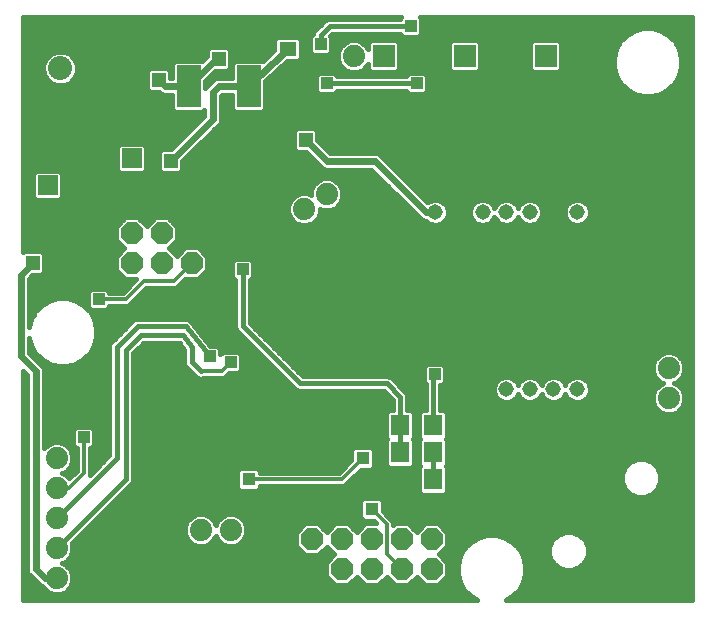
<source format=gbl>
G75*
%MOIN*%
%OFA0B0*%
%FSLAX24Y24*%
%IPPOS*%
%LPD*%
%AMOC8*
5,1,8,0,0,1.08239X$1,22.5*
%
%ADD10OC8,0.0740*%
%ADD11R,0.0630X0.0709*%
%ADD12R,0.0740X0.0740*%
%ADD13C,0.0740*%
%ADD14R,0.0800X0.0800*%
%ADD15C,0.0800*%
%ADD16R,0.0800X0.1400*%
%ADD17R,0.0579X0.0500*%
%ADD18C,0.0650*%
%ADD19R,0.0650X0.0650*%
%ADD20R,0.0515X0.0515*%
%ADD21C,0.0515*%
%ADD22C,0.0160*%
%ADD23C,0.0240*%
%ADD24R,0.0475X0.0475*%
%ADD25R,0.0396X0.0396*%
%ADD26R,0.0436X0.0436*%
%ADD27C,0.0120*%
D10*
X010220Y001600D03*
X011220Y001600D03*
X012220Y001600D03*
X013220Y001600D03*
X014220Y001600D03*
X014220Y002600D03*
X013220Y002600D03*
X012220Y002600D03*
X011220Y002600D03*
X010220Y002600D03*
X006220Y011800D03*
X005220Y011800D03*
X005220Y012800D03*
X006220Y012800D03*
X004220Y012800D03*
X004220Y011800D03*
D11*
X013168Y006400D03*
X013168Y005500D03*
X013168Y004600D03*
X014271Y004600D03*
X014271Y005500D03*
X014271Y006400D03*
D12*
X015320Y018700D03*
X012620Y018700D03*
X018020Y018700D03*
D13*
X017020Y018700D03*
X014320Y018700D03*
X011620Y018700D03*
X010720Y014100D03*
X009970Y013600D03*
X010720Y013100D03*
X001720Y006300D03*
X001720Y005300D03*
X001720Y004300D03*
X001720Y003300D03*
X001720Y002300D03*
X001720Y001300D03*
X005520Y002900D03*
X006520Y002900D03*
X007520Y002900D03*
X022120Y007300D03*
X022120Y008300D03*
D14*
X003220Y018300D03*
D15*
X001842Y018300D03*
D16*
X006120Y017700D03*
X008120Y017700D03*
D17*
X009420Y017254D03*
X009420Y018946D03*
D18*
X003220Y015300D03*
X001420Y013400D03*
D19*
X001420Y014400D03*
X004220Y015300D03*
D20*
X015920Y007594D03*
D21*
X016707Y007594D03*
X017495Y007594D03*
X018282Y007594D03*
X019070Y007594D03*
X019070Y013500D03*
X018282Y013500D03*
X017495Y013500D03*
X016707Y013500D03*
X015920Y013500D03*
X014345Y013500D03*
D22*
X000600Y008224D02*
X000600Y000580D01*
X015726Y000580D01*
X015526Y000696D01*
X015315Y000906D01*
X015167Y001164D01*
X015090Y001451D01*
X015090Y001749D01*
X015167Y002036D01*
X015315Y002294D01*
X015526Y002504D01*
X015783Y002653D01*
X016071Y002730D01*
X016368Y002730D01*
X016656Y002653D01*
X016913Y002504D01*
X017124Y002294D01*
X017273Y002036D01*
X017350Y001749D01*
X017350Y001451D01*
X017273Y001164D01*
X017124Y000906D01*
X016913Y000696D01*
X016713Y000580D01*
X022910Y000580D01*
X022910Y020000D01*
X013842Y020000D01*
X013878Y019964D01*
X013878Y019436D01*
X013784Y019342D01*
X013255Y019342D01*
X013161Y019436D01*
X013161Y019460D01*
X010919Y019460D01*
X010850Y019392D01*
X010878Y019364D01*
X010878Y018836D01*
X010784Y018742D01*
X010255Y018742D01*
X010161Y018836D01*
X010161Y019364D01*
X010255Y019458D01*
X010284Y019458D01*
X010316Y019536D01*
X010616Y019836D01*
X010684Y019903D01*
X010772Y019940D01*
X013161Y019940D01*
X013161Y019964D01*
X013197Y020000D01*
X000600Y020000D01*
X000600Y012181D01*
X000616Y012197D01*
X001223Y012197D01*
X001317Y012104D01*
X001317Y011496D01*
X001223Y011403D01*
X000918Y011403D01*
X000800Y011284D01*
X000800Y009686D01*
X000867Y009936D01*
X001015Y010194D01*
X001226Y010404D01*
X001483Y010553D01*
X001771Y010630D01*
X002068Y010630D01*
X002356Y010553D01*
X002613Y010404D01*
X002824Y010194D01*
X002973Y009936D01*
X003050Y009649D01*
X003050Y009351D01*
X002973Y009064D01*
X002824Y008806D01*
X002613Y008596D01*
X002356Y008447D01*
X002068Y008370D01*
X001771Y008370D01*
X001483Y008447D01*
X001226Y008596D01*
X001015Y008806D01*
X000867Y009064D01*
X000800Y009314D01*
X000800Y008816D01*
X001257Y008359D01*
X001300Y008256D01*
X001300Y005630D01*
X001419Y005749D01*
X001614Y005830D01*
X001825Y005830D01*
X002020Y005749D01*
X002169Y005600D01*
X002250Y005405D01*
X002250Y005195D01*
X002169Y005000D01*
X002020Y004851D01*
X001897Y004800D01*
X002020Y004749D01*
X002139Y004630D01*
X002400Y004891D01*
X002400Y005642D01*
X002355Y005642D01*
X002261Y005736D01*
X002261Y006264D01*
X002355Y006358D01*
X002884Y006358D01*
X002978Y006264D01*
X002978Y005736D01*
X002884Y005642D01*
X002840Y005642D01*
X002840Y004759D01*
X003480Y005399D01*
X003480Y009048D01*
X003516Y009136D01*
X004216Y009836D01*
X004284Y009903D01*
X004372Y009940D01*
X005985Y009940D01*
X005999Y009944D01*
X006033Y009940D01*
X006067Y009940D01*
X006080Y009935D01*
X006093Y009933D01*
X006124Y009917D01*
X006155Y009903D01*
X006165Y009894D01*
X006177Y009887D01*
X006199Y009860D01*
X006223Y009836D01*
X006228Y009823D01*
X006840Y009058D01*
X007084Y009058D01*
X007178Y008964D01*
X007178Y008781D01*
X007255Y008858D01*
X007784Y008858D01*
X007878Y008764D01*
X007878Y008236D01*
X007784Y008142D01*
X007473Y008142D01*
X007311Y007980D01*
X006616Y007980D01*
X006567Y007960D01*
X006472Y007960D01*
X006384Y007997D01*
X006016Y008364D01*
X005980Y008452D01*
X005980Y008920D01*
X005800Y009160D01*
X004619Y009160D01*
X004260Y008801D01*
X004260Y004552D01*
X004223Y004464D01*
X004155Y004397D01*
X002225Y002466D01*
X002250Y002405D01*
X002250Y002195D01*
X002169Y002000D01*
X002020Y001851D01*
X001897Y001800D01*
X002020Y001749D01*
X002169Y001600D01*
X002250Y001405D01*
X002250Y001195D01*
X002169Y001000D01*
X002020Y000851D01*
X001825Y000770D01*
X001614Y000770D01*
X001419Y000851D01*
X001270Y001000D01*
X001261Y001021D01*
X001161Y001063D01*
X000861Y001363D01*
X000782Y001441D01*
X000740Y001544D01*
X000740Y008084D01*
X000600Y008224D01*
X000600Y008184D02*
X000640Y008184D01*
X000600Y008025D02*
X000740Y008025D01*
X000740Y007867D02*
X000600Y007867D01*
X000600Y007708D02*
X000740Y007708D01*
X000740Y007550D02*
X000600Y007550D01*
X000600Y007391D02*
X000740Y007391D01*
X000740Y007233D02*
X000600Y007233D01*
X000600Y007074D02*
X000740Y007074D01*
X000740Y006916D02*
X000600Y006916D01*
X000600Y006757D02*
X000740Y006757D01*
X000740Y006599D02*
X000600Y006599D01*
X000600Y006440D02*
X000740Y006440D01*
X000740Y006282D02*
X000600Y006282D01*
X000600Y006123D02*
X000740Y006123D01*
X000740Y005965D02*
X000600Y005965D01*
X000600Y005806D02*
X000740Y005806D01*
X000740Y005648D02*
X000600Y005648D01*
X000600Y005489D02*
X000740Y005489D01*
X000740Y005331D02*
X000600Y005331D01*
X000600Y005172D02*
X000740Y005172D01*
X000740Y005014D02*
X000600Y005014D01*
X000600Y004855D02*
X000740Y004855D01*
X000740Y004697D02*
X000600Y004697D01*
X000600Y004538D02*
X000740Y004538D01*
X000740Y004380D02*
X000600Y004380D01*
X000600Y004221D02*
X000740Y004221D01*
X000740Y004063D02*
X000600Y004063D01*
X000600Y003904D02*
X000740Y003904D01*
X000740Y003746D02*
X000600Y003746D01*
X000600Y003587D02*
X000740Y003587D01*
X000740Y003429D02*
X000600Y003429D01*
X000600Y003270D02*
X000740Y003270D01*
X000740Y003112D02*
X000600Y003112D01*
X000600Y002953D02*
X000740Y002953D01*
X000740Y002795D02*
X000600Y002795D01*
X000600Y002636D02*
X000740Y002636D01*
X000740Y002478D02*
X000600Y002478D01*
X000600Y002319D02*
X000740Y002319D01*
X000740Y002161D02*
X000600Y002161D01*
X000600Y002002D02*
X000740Y002002D01*
X000740Y001844D02*
X000600Y001844D01*
X000600Y001685D02*
X000740Y001685D01*
X000747Y001527D02*
X000600Y001527D01*
X000600Y001368D02*
X000856Y001368D01*
X001014Y001210D02*
X000600Y001210D01*
X000600Y001051D02*
X001189Y001051D01*
X001377Y000893D02*
X000600Y000893D01*
X000600Y000734D02*
X015487Y000734D01*
X015329Y000893D02*
X002062Y000893D01*
X002190Y001051D02*
X015232Y001051D01*
X015154Y001210D02*
X014579Y001210D01*
X014439Y001070D02*
X014750Y001380D01*
X014750Y001820D01*
X014469Y002100D01*
X014750Y002380D01*
X014750Y002820D01*
X014439Y003130D01*
X014000Y003130D01*
X013720Y002850D01*
X013439Y003130D01*
X013000Y003130D01*
X012940Y003070D01*
X012940Y003191D01*
X012811Y003320D01*
X012597Y003533D01*
X012597Y003884D01*
X012504Y003978D01*
X011935Y003978D01*
X011842Y003884D01*
X011842Y003316D01*
X011935Y003222D01*
X012286Y003222D01*
X012378Y003130D01*
X012000Y003130D01*
X011720Y002850D01*
X011439Y003130D01*
X011000Y003130D01*
X010720Y002850D01*
X010439Y003130D01*
X010000Y003130D01*
X009690Y002820D01*
X009690Y002380D01*
X010000Y002070D01*
X010439Y002070D01*
X010720Y002350D01*
X010970Y002100D01*
X010690Y001820D01*
X010690Y001380D01*
X011000Y001070D01*
X011439Y001070D01*
X011720Y001350D01*
X012000Y001070D01*
X012439Y001070D01*
X012720Y001350D01*
X013000Y001070D01*
X013439Y001070D01*
X013720Y001350D01*
X014000Y001070D01*
X014439Y001070D01*
X014737Y001368D02*
X015112Y001368D01*
X015090Y001527D02*
X014750Y001527D01*
X014750Y001685D02*
X015090Y001685D01*
X015115Y001844D02*
X014726Y001844D01*
X014567Y002002D02*
X015157Y002002D01*
X015238Y002161D02*
X014530Y002161D01*
X014688Y002319D02*
X015340Y002319D01*
X015499Y002478D02*
X014750Y002478D01*
X014750Y002636D02*
X015754Y002636D01*
X016685Y002636D02*
X018304Y002636D01*
X018244Y002575D02*
X018147Y002341D01*
X018147Y002087D01*
X018244Y001853D01*
X018423Y001674D01*
X018657Y001577D01*
X018911Y001577D01*
X019145Y001674D01*
X019325Y001853D01*
X019422Y002087D01*
X019422Y002341D01*
X019325Y002575D01*
X019145Y002755D01*
X018911Y002852D01*
X018657Y002852D01*
X018423Y002755D01*
X018244Y002575D01*
X018203Y002478D02*
X016940Y002478D01*
X017099Y002319D02*
X018147Y002319D01*
X018147Y002161D02*
X017201Y002161D01*
X017282Y002002D02*
X018182Y002002D01*
X018253Y001844D02*
X017324Y001844D01*
X017350Y001685D02*
X018412Y001685D01*
X019156Y001685D02*
X022910Y001685D01*
X022910Y001527D02*
X017350Y001527D01*
X017327Y001368D02*
X022910Y001368D01*
X022910Y001210D02*
X017285Y001210D01*
X017207Y001051D02*
X022910Y001051D01*
X022910Y000893D02*
X017110Y000893D01*
X016952Y000734D02*
X022910Y000734D01*
X022910Y001844D02*
X019315Y001844D01*
X019386Y002002D02*
X022910Y002002D01*
X022910Y002161D02*
X019422Y002161D01*
X019422Y002319D02*
X022910Y002319D01*
X022910Y002478D02*
X019365Y002478D01*
X019264Y002636D02*
X022910Y002636D01*
X022910Y002795D02*
X019049Y002795D01*
X018519Y002795D02*
X014750Y002795D01*
X014616Y002953D02*
X022910Y002953D01*
X022910Y003112D02*
X014458Y003112D01*
X013982Y003112D02*
X013458Y003112D01*
X013616Y002953D02*
X013823Y002953D01*
X012982Y003112D02*
X012940Y003112D01*
X012861Y003270D02*
X022910Y003270D01*
X022910Y003429D02*
X012702Y003429D01*
X012597Y003587D02*
X022910Y003587D01*
X022910Y003746D02*
X012597Y003746D01*
X012577Y003904D02*
X022910Y003904D01*
X022910Y004063D02*
X021488Y004063D01*
X021566Y004095D02*
X021332Y003998D01*
X021079Y003998D01*
X020844Y004095D01*
X020665Y004274D01*
X020568Y004509D01*
X020568Y004762D01*
X020665Y004997D01*
X020844Y005176D01*
X021079Y005273D01*
X021332Y005273D01*
X021566Y005176D01*
X021746Y004997D01*
X021843Y004762D01*
X021843Y004509D01*
X021746Y004274D01*
X021566Y004095D01*
X021692Y004221D02*
X022910Y004221D01*
X022910Y004380D02*
X021789Y004380D01*
X021843Y004538D02*
X022910Y004538D01*
X022910Y004697D02*
X021843Y004697D01*
X021804Y004855D02*
X022910Y004855D01*
X022910Y005014D02*
X021729Y005014D01*
X021570Y005172D02*
X022910Y005172D01*
X022910Y005331D02*
X014746Y005331D01*
X014746Y005489D02*
X022910Y005489D01*
X022910Y005648D02*
X014746Y005648D01*
X014746Y005806D02*
X022910Y005806D01*
X022910Y005965D02*
X014731Y005965D01*
X014746Y005979D02*
X014746Y006821D01*
X014652Y006914D01*
X014511Y006914D01*
X014511Y007742D01*
X014584Y007742D01*
X014678Y007836D01*
X014678Y008364D01*
X014584Y008458D01*
X014055Y008458D01*
X013961Y008364D01*
X013961Y007836D01*
X014031Y007766D01*
X014031Y006914D01*
X013889Y006914D01*
X013796Y006821D01*
X013796Y005979D01*
X013825Y005950D01*
X013796Y005921D01*
X013796Y005079D01*
X013825Y005050D01*
X013796Y005021D01*
X013796Y004179D01*
X013889Y004086D01*
X014652Y004086D01*
X014746Y004179D01*
X014746Y005021D01*
X014716Y005050D01*
X014746Y005079D01*
X014746Y005921D01*
X014716Y005950D01*
X014746Y005979D01*
X014746Y006123D02*
X022910Y006123D01*
X022910Y006282D02*
X014746Y006282D01*
X014746Y006440D02*
X022910Y006440D01*
X022910Y006599D02*
X014746Y006599D01*
X014746Y006757D02*
X022910Y006757D01*
X022910Y006916D02*
X022485Y006916D01*
X022420Y006851D02*
X022225Y006770D01*
X022014Y006770D01*
X021819Y006851D01*
X021670Y007000D01*
X021590Y007195D01*
X021590Y007405D01*
X021670Y007600D01*
X021819Y007749D01*
X021942Y007800D01*
X021819Y007851D01*
X021670Y008000D01*
X021590Y008195D01*
X021590Y008405D01*
X021670Y008600D01*
X021819Y008749D01*
X022014Y008830D01*
X022225Y008830D01*
X022420Y008749D01*
X022569Y008600D01*
X022650Y008405D01*
X022650Y008195D01*
X022569Y008000D01*
X022420Y007851D01*
X022297Y007800D01*
X022420Y007749D01*
X022569Y007600D01*
X022650Y007405D01*
X022650Y007195D01*
X022569Y007000D01*
X022420Y006851D01*
X022600Y007074D02*
X022910Y007074D01*
X022910Y007233D02*
X022650Y007233D01*
X022650Y007391D02*
X022910Y007391D01*
X022910Y007550D02*
X022590Y007550D01*
X022461Y007708D02*
X022910Y007708D01*
X022910Y007867D02*
X022436Y007867D01*
X022579Y008025D02*
X022910Y008025D01*
X022910Y008184D02*
X022645Y008184D01*
X022650Y008342D02*
X022910Y008342D01*
X022910Y008501D02*
X022610Y008501D01*
X022510Y008659D02*
X022910Y008659D01*
X022910Y008818D02*
X022255Y008818D01*
X021984Y008818D02*
X009141Y008818D01*
X008983Y008976D02*
X022910Y008976D01*
X022910Y009135D02*
X008824Y009135D01*
X008666Y009293D02*
X022910Y009293D01*
X022910Y009452D02*
X008507Y009452D01*
X008349Y009610D02*
X022910Y009610D01*
X022910Y009769D02*
X008190Y009769D01*
X008160Y009799D02*
X008160Y011242D01*
X008184Y011242D01*
X008278Y011336D01*
X008278Y011864D01*
X008184Y011958D01*
X007655Y011958D01*
X007561Y011864D01*
X007561Y011336D01*
X007655Y011242D01*
X007680Y011242D01*
X007680Y009652D01*
X007716Y009564D01*
X007784Y009497D01*
X009684Y007597D01*
X009772Y007560D01*
X012620Y007560D01*
X012928Y007252D01*
X012928Y006914D01*
X012787Y006914D01*
X012693Y006821D01*
X012693Y005979D01*
X012723Y005950D01*
X012693Y005921D01*
X012693Y005079D01*
X012787Y004986D01*
X013550Y004986D01*
X013643Y005079D01*
X013643Y005921D01*
X013614Y005950D01*
X013643Y005979D01*
X013643Y006821D01*
X013550Y006914D01*
X013408Y006914D01*
X013408Y007399D01*
X013372Y007487D01*
X012855Y008003D01*
X012767Y008040D01*
X009919Y008040D01*
X008160Y009799D01*
X008160Y009927D02*
X022910Y009927D01*
X022910Y010086D02*
X008160Y010086D01*
X008160Y010244D02*
X022910Y010244D01*
X022910Y010403D02*
X008160Y010403D01*
X008160Y010561D02*
X022910Y010561D01*
X022910Y010720D02*
X008160Y010720D01*
X008160Y010878D02*
X022910Y010878D01*
X022910Y011037D02*
X008160Y011037D01*
X008160Y011195D02*
X022910Y011195D01*
X022910Y011354D02*
X008278Y011354D01*
X008278Y011512D02*
X022910Y011512D01*
X022910Y011671D02*
X008278Y011671D01*
X008278Y011829D02*
X022910Y011829D01*
X022910Y011988D02*
X006750Y011988D01*
X006750Y012020D02*
X006439Y012330D01*
X006000Y012330D01*
X005720Y012050D01*
X005469Y012300D01*
X005750Y012580D01*
X005750Y013020D01*
X005439Y013330D01*
X005000Y013330D01*
X004720Y013050D01*
X004439Y013330D01*
X004000Y013330D01*
X003690Y013020D01*
X003690Y012580D01*
X003970Y012300D01*
X003690Y012020D01*
X003690Y011580D01*
X004000Y011270D01*
X004378Y011270D01*
X003928Y010820D01*
X003478Y010820D01*
X003478Y010864D01*
X003384Y010958D01*
X002855Y010958D01*
X002761Y010864D01*
X002761Y010336D01*
X002855Y010242D01*
X003384Y010242D01*
X003478Y010336D01*
X003478Y010380D01*
X004111Y010380D01*
X004711Y010980D01*
X005711Y010980D01*
X006001Y011270D01*
X006439Y011270D01*
X006750Y011580D01*
X006750Y012020D01*
X006623Y012146D02*
X022910Y012146D01*
X022910Y012305D02*
X006465Y012305D01*
X005975Y012305D02*
X005474Y012305D01*
X005623Y012146D02*
X005816Y012146D01*
X005632Y012463D02*
X022910Y012463D01*
X022910Y012622D02*
X005750Y012622D01*
X005750Y012780D02*
X022910Y012780D01*
X022910Y012939D02*
X005750Y012939D01*
X005672Y013097D02*
X009799Y013097D01*
X009864Y013070D02*
X010075Y013070D01*
X010270Y013151D01*
X010419Y013300D01*
X010500Y013495D01*
X010500Y013617D01*
X010614Y013570D01*
X010825Y013570D01*
X011020Y013651D01*
X011169Y013800D01*
X011250Y013995D01*
X011250Y014205D01*
X011169Y014400D01*
X011020Y014549D01*
X010825Y014630D01*
X010614Y014630D01*
X010419Y014549D01*
X010270Y014400D01*
X010190Y014205D01*
X010190Y014083D01*
X010075Y014130D01*
X009864Y014130D01*
X009669Y014049D01*
X009520Y013900D01*
X009440Y013705D01*
X009440Y013495D01*
X009520Y013300D01*
X009669Y013151D01*
X009864Y013070D01*
X010140Y013097D02*
X014227Y013097D01*
X014262Y013083D02*
X014428Y013083D01*
X014582Y013146D01*
X014699Y013264D01*
X014763Y013417D01*
X014763Y013583D01*
X014699Y013736D01*
X014582Y013854D01*
X014428Y013917D01*
X014262Y013917D01*
X014109Y013854D01*
X014085Y013830D01*
X012557Y015359D01*
X012478Y015437D01*
X012375Y015480D01*
X010836Y015480D01*
X010417Y015898D01*
X010417Y016204D01*
X010323Y016297D01*
X009716Y016297D01*
X009622Y016204D01*
X009622Y015596D01*
X009716Y015503D01*
X010021Y015503D01*
X010561Y014963D01*
X010664Y014920D01*
X012204Y014920D01*
X013861Y013263D01*
X013964Y013220D01*
X014035Y013220D01*
X014109Y013146D01*
X014262Y013083D01*
X014463Y013097D02*
X015802Y013097D01*
X015837Y013083D02*
X015683Y013146D01*
X015566Y013264D01*
X015502Y013417D01*
X015502Y013583D01*
X015566Y013736D01*
X015683Y013854D01*
X015837Y013917D01*
X016003Y013917D01*
X016156Y013854D01*
X016274Y013736D01*
X016314Y013640D01*
X016353Y013736D01*
X016471Y013854D01*
X016624Y013917D01*
X016790Y013917D01*
X016944Y013854D01*
X017061Y013736D01*
X017101Y013640D01*
X017141Y013736D01*
X017258Y013854D01*
X017412Y013917D01*
X017578Y013917D01*
X017731Y013854D01*
X017849Y013736D01*
X017912Y013583D01*
X017912Y013417D01*
X017849Y013264D01*
X017731Y013146D01*
X017578Y013083D01*
X017412Y013083D01*
X017258Y013146D01*
X017141Y013264D01*
X017101Y013360D01*
X017061Y013264D01*
X016944Y013146D01*
X016790Y013083D01*
X016624Y013083D01*
X016471Y013146D01*
X016353Y013264D01*
X016314Y013360D01*
X016274Y013264D01*
X016156Y013146D01*
X016003Y013083D01*
X015837Y013083D01*
X016038Y013097D02*
X016589Y013097D01*
X016825Y013097D02*
X017377Y013097D01*
X017613Y013097D02*
X018951Y013097D01*
X018986Y013083D02*
X019153Y013083D01*
X019306Y013146D01*
X019423Y013264D01*
X019487Y013417D01*
X019487Y013583D01*
X019423Y013736D01*
X019306Y013854D01*
X019153Y013917D01*
X018986Y013917D01*
X018833Y013854D01*
X018716Y013736D01*
X018652Y013583D01*
X018652Y013417D01*
X018716Y013264D01*
X018833Y013146D01*
X018986Y013083D01*
X019188Y013097D02*
X022910Y013097D01*
X022910Y013256D02*
X019415Y013256D01*
X019486Y013414D02*
X022910Y013414D01*
X022910Y013573D02*
X019487Y013573D01*
X019426Y013731D02*
X022910Y013731D01*
X022910Y013890D02*
X019220Y013890D01*
X018919Y013890D02*
X017645Y013890D01*
X017851Y013731D02*
X018713Y013731D01*
X018652Y013573D02*
X017912Y013573D01*
X017911Y013414D02*
X018653Y013414D01*
X018724Y013256D02*
X017841Y013256D01*
X017149Y013256D02*
X017053Y013256D01*
X017064Y013731D02*
X017139Y013731D01*
X017344Y013890D02*
X016858Y013890D01*
X016557Y013890D02*
X016070Y013890D01*
X016276Y013731D02*
X016351Y013731D01*
X016361Y013256D02*
X016266Y013256D01*
X015574Y013256D02*
X014691Y013256D01*
X014761Y013414D02*
X015504Y013414D01*
X015502Y013573D02*
X014763Y013573D01*
X014701Y013731D02*
X015564Y013731D01*
X015769Y013890D02*
X014496Y013890D01*
X014195Y013890D02*
X014026Y013890D01*
X013867Y014048D02*
X022910Y014048D01*
X022910Y014207D02*
X013709Y014207D01*
X013550Y014365D02*
X022910Y014365D01*
X022910Y014524D02*
X013392Y014524D01*
X013233Y014682D02*
X022910Y014682D01*
X022910Y014841D02*
X013075Y014841D01*
X012916Y014999D02*
X022910Y014999D01*
X022910Y015158D02*
X012758Y015158D01*
X012599Y015316D02*
X022910Y015316D01*
X022910Y015475D02*
X012388Y015475D01*
X012283Y014841D02*
X005861Y014841D01*
X005823Y014803D02*
X005917Y014896D01*
X005917Y015201D01*
X007157Y016441D01*
X007200Y016544D01*
X007200Y017384D01*
X007236Y017420D01*
X007560Y017420D01*
X007560Y016934D01*
X007653Y016840D01*
X008586Y016840D01*
X008680Y016934D01*
X008680Y017863D01*
X009393Y018536D01*
X009775Y018536D01*
X009869Y018630D01*
X009869Y019263D01*
X009775Y019356D01*
X009064Y019356D01*
X008970Y019263D01*
X008970Y018907D01*
X008594Y018552D01*
X008586Y018560D01*
X007653Y018560D01*
X007560Y018466D01*
X007560Y017980D01*
X007064Y017980D01*
X006961Y017937D01*
X006761Y017737D01*
X006682Y017659D01*
X006680Y017652D01*
X006680Y017864D01*
X007018Y018203D01*
X007423Y018203D01*
X007517Y018296D01*
X007517Y018904D01*
X007423Y018997D01*
X006816Y018997D01*
X006722Y018904D01*
X006722Y018698D01*
X006584Y018560D01*
X005653Y018560D01*
X005560Y018466D01*
X005560Y017980D01*
X005517Y017980D01*
X005517Y018204D01*
X005423Y018297D01*
X004816Y018297D01*
X004722Y018204D01*
X004722Y017596D01*
X004816Y017503D01*
X005121Y017503D01*
X005161Y017463D01*
X005264Y017420D01*
X005560Y017420D01*
X005560Y016934D01*
X005653Y016840D01*
X006586Y016840D01*
X006640Y016894D01*
X006640Y016716D01*
X005521Y015597D01*
X005216Y015597D01*
X005122Y015504D01*
X005122Y014896D01*
X005216Y014803D01*
X005823Y014803D01*
X005917Y014999D02*
X010525Y014999D01*
X010366Y015158D02*
X005917Y015158D01*
X006032Y015316D02*
X010208Y015316D01*
X010049Y015475D02*
X006190Y015475D01*
X006349Y015633D02*
X009622Y015633D01*
X009622Y015792D02*
X006507Y015792D01*
X006666Y015950D02*
X009622Y015950D01*
X009622Y016109D02*
X006824Y016109D01*
X006983Y016267D02*
X009685Y016267D01*
X010354Y016267D02*
X022910Y016267D01*
X022910Y016109D02*
X010417Y016109D01*
X010417Y015950D02*
X022910Y015950D01*
X022910Y015792D02*
X010524Y015792D01*
X010682Y015633D02*
X022910Y015633D01*
X022910Y016426D02*
X007141Y016426D01*
X007200Y016584D02*
X022910Y016584D01*
X022910Y016743D02*
X007200Y016743D01*
X007200Y016901D02*
X007592Y016901D01*
X007560Y017060D02*
X007200Y017060D01*
X007200Y017218D02*
X007560Y017218D01*
X007560Y017377D02*
X007200Y017377D01*
X006717Y017694D02*
X006680Y017694D01*
X006680Y017852D02*
X006876Y017852D01*
X006826Y018011D02*
X007560Y018011D01*
X007560Y018169D02*
X006985Y018169D01*
X007517Y018328D02*
X007560Y018328D01*
X007579Y018486D02*
X007517Y018486D01*
X007517Y018645D02*
X008692Y018645D01*
X008860Y018803D02*
X007517Y018803D01*
X007459Y018962D02*
X008970Y018962D01*
X008970Y019120D02*
X000600Y019120D01*
X000600Y018962D02*
X006780Y018962D01*
X006722Y018803D02*
X002091Y018803D01*
X002159Y018775D02*
X001953Y018860D01*
X001730Y018860D01*
X001524Y018775D01*
X001367Y018617D01*
X001282Y018411D01*
X001282Y018189D01*
X001367Y017983D01*
X001524Y017825D01*
X001730Y017740D01*
X001953Y017740D01*
X002159Y017825D01*
X002316Y017983D01*
X002402Y018189D01*
X002402Y018411D01*
X002316Y018617D01*
X002159Y018775D01*
X002289Y018645D02*
X006668Y018645D01*
X005579Y018486D02*
X002371Y018486D01*
X002402Y018328D02*
X005560Y018328D01*
X005560Y018169D02*
X005517Y018169D01*
X005517Y018011D02*
X005560Y018011D01*
X005560Y017377D02*
X000600Y017377D01*
X000600Y017535D02*
X004783Y017535D01*
X004722Y017694D02*
X000600Y017694D01*
X000600Y017852D02*
X001498Y017852D01*
X001355Y018011D02*
X000600Y018011D01*
X000600Y018169D02*
X001290Y018169D01*
X001282Y018328D02*
X000600Y018328D01*
X000600Y018486D02*
X001312Y018486D01*
X001394Y018645D02*
X000600Y018645D01*
X000600Y018803D02*
X001593Y018803D01*
X002393Y018169D02*
X004722Y018169D01*
X004722Y018011D02*
X002328Y018011D01*
X002186Y017852D02*
X004722Y017852D01*
X005560Y017218D02*
X000600Y017218D01*
X000600Y017060D02*
X005560Y017060D01*
X005592Y016901D02*
X000600Y016901D01*
X000600Y016743D02*
X006640Y016743D01*
X006508Y016584D02*
X000600Y016584D01*
X000600Y016426D02*
X006349Y016426D01*
X006191Y016267D02*
X000600Y016267D01*
X000600Y016109D02*
X006032Y016109D01*
X005874Y015950D02*
X000600Y015950D01*
X000600Y015792D02*
X005715Y015792D01*
X005557Y015633D02*
X004705Y015633D01*
X004705Y015691D02*
X004611Y015785D01*
X003828Y015785D01*
X003735Y015691D01*
X003735Y014909D01*
X003828Y014815D01*
X004611Y014815D01*
X004705Y014909D01*
X004705Y015691D01*
X004705Y015475D02*
X005122Y015475D01*
X005122Y015316D02*
X004705Y015316D01*
X004705Y015158D02*
X005122Y015158D01*
X005122Y014999D02*
X004705Y014999D01*
X004636Y014841D02*
X005178Y014841D01*
X003803Y014841D02*
X001855Y014841D01*
X001811Y014885D02*
X001905Y014791D01*
X001905Y014009D01*
X001811Y013915D01*
X001028Y013915D01*
X000935Y014009D01*
X000935Y014791D01*
X001028Y014885D01*
X001811Y014885D01*
X001905Y014682D02*
X012442Y014682D01*
X012600Y014524D02*
X011046Y014524D01*
X011183Y014365D02*
X012759Y014365D01*
X012917Y014207D02*
X011249Y014207D01*
X011250Y014048D02*
X013076Y014048D01*
X013234Y013890D02*
X011206Y013890D01*
X011100Y013731D02*
X013393Y013731D01*
X013551Y013573D02*
X010831Y013573D01*
X010608Y013573D02*
X010500Y013573D01*
X010466Y013414D02*
X013710Y013414D01*
X013878Y013256D02*
X010375Y013256D01*
X009564Y013256D02*
X005514Y013256D01*
X004926Y013256D02*
X004514Y013256D01*
X004672Y013097D02*
X004767Y013097D01*
X003926Y013256D02*
X000600Y013256D01*
X000600Y013414D02*
X009473Y013414D01*
X009440Y013573D02*
X000600Y013573D01*
X000600Y013731D02*
X009450Y013731D01*
X009516Y013890D02*
X000600Y013890D01*
X000600Y014048D02*
X000935Y014048D01*
X000935Y014207D02*
X000600Y014207D01*
X000600Y014365D02*
X000935Y014365D01*
X000935Y014524D02*
X000600Y014524D01*
X000600Y014682D02*
X000935Y014682D01*
X000984Y014841D02*
X000600Y014841D01*
X000600Y014999D02*
X003735Y014999D01*
X003735Y015158D02*
X000600Y015158D01*
X000600Y015316D02*
X003735Y015316D01*
X003735Y015475D02*
X000600Y015475D01*
X000600Y015633D02*
X003735Y015633D01*
X001905Y014524D02*
X010394Y014524D01*
X010256Y014365D02*
X001905Y014365D01*
X001905Y014207D02*
X010190Y014207D01*
X009668Y014048D02*
X001905Y014048D01*
X000600Y013097D02*
X003767Y013097D01*
X003690Y012939D02*
X000600Y012939D01*
X000600Y012780D02*
X003690Y012780D01*
X003690Y012622D02*
X000600Y012622D01*
X000600Y012463D02*
X003807Y012463D01*
X003965Y012305D02*
X000600Y012305D01*
X001275Y012146D02*
X003816Y012146D01*
X003690Y011988D02*
X001317Y011988D01*
X001317Y011829D02*
X003690Y011829D01*
X003690Y011671D02*
X001317Y011671D01*
X001317Y011512D02*
X003758Y011512D01*
X003916Y011354D02*
X000869Y011354D01*
X000800Y011195D02*
X004303Y011195D01*
X004145Y011037D02*
X000800Y011037D01*
X000800Y010878D02*
X002775Y010878D01*
X002761Y010720D02*
X000800Y010720D01*
X000800Y010561D02*
X001513Y010561D01*
X001224Y010403D02*
X000800Y010403D01*
X000800Y010244D02*
X001065Y010244D01*
X000953Y010086D02*
X000800Y010086D01*
X000800Y009927D02*
X000864Y009927D01*
X000822Y009769D02*
X000800Y009769D01*
X000800Y009293D02*
X000805Y009293D01*
X000800Y009135D02*
X000848Y009135D01*
X000800Y008976D02*
X000917Y008976D01*
X001009Y008818D02*
X000800Y008818D01*
X000956Y008659D02*
X001162Y008659D01*
X001115Y008501D02*
X001391Y008501D01*
X001264Y008342D02*
X003480Y008342D01*
X003480Y008184D02*
X001300Y008184D01*
X001300Y008025D02*
X003480Y008025D01*
X003480Y007867D02*
X001300Y007867D01*
X001300Y007708D02*
X003480Y007708D01*
X003480Y007550D02*
X001300Y007550D01*
X001300Y007391D02*
X003480Y007391D01*
X003480Y007233D02*
X001300Y007233D01*
X001300Y007074D02*
X003480Y007074D01*
X003480Y006916D02*
X001300Y006916D01*
X001300Y006757D02*
X003480Y006757D01*
X003480Y006599D02*
X001300Y006599D01*
X001300Y006440D02*
X003480Y006440D01*
X003480Y006282D02*
X002961Y006282D01*
X002978Y006123D02*
X003480Y006123D01*
X003480Y005965D02*
X002978Y005965D01*
X002978Y005806D02*
X003480Y005806D01*
X003480Y005648D02*
X002890Y005648D01*
X002840Y005489D02*
X003480Y005489D01*
X003411Y005331D02*
X002840Y005331D01*
X002840Y005172D02*
X003252Y005172D01*
X003094Y005014D02*
X002840Y005014D01*
X002840Y004855D02*
X002935Y004855D01*
X002400Y005014D02*
X002175Y005014D01*
X002240Y005172D02*
X002400Y005172D01*
X002400Y005331D02*
X002250Y005331D01*
X002215Y005489D02*
X002400Y005489D01*
X002350Y005648D02*
X002122Y005648D01*
X002261Y005806D02*
X001883Y005806D01*
X001556Y005806D02*
X001300Y005806D01*
X001300Y005648D02*
X001318Y005648D01*
X001300Y005965D02*
X002261Y005965D01*
X002261Y006123D02*
X001300Y006123D01*
X001300Y006282D02*
X002279Y006282D01*
X003720Y005300D02*
X003720Y009000D01*
X004420Y009700D01*
X006020Y009700D01*
X006820Y008700D01*
X007178Y008818D02*
X007215Y008818D01*
X007166Y008976D02*
X008304Y008976D01*
X008146Y009135D02*
X006779Y009135D01*
X006652Y009293D02*
X007987Y009293D01*
X007829Y009452D02*
X006526Y009452D01*
X006399Y009610D02*
X007697Y009610D01*
X007784Y009497D02*
X007784Y009497D01*
X007920Y009700D02*
X007920Y011600D01*
X007561Y011671D02*
X006750Y011671D01*
X006750Y011829D02*
X007561Y011829D01*
X007561Y011512D02*
X006681Y011512D01*
X006523Y011354D02*
X007561Y011354D01*
X007680Y011195D02*
X005926Y011195D01*
X005767Y011037D02*
X007680Y011037D01*
X007680Y010878D02*
X004609Y010878D01*
X004450Y010720D02*
X007680Y010720D01*
X007680Y010561D02*
X004292Y010561D01*
X004133Y010403D02*
X007680Y010403D01*
X007680Y010244D02*
X003386Y010244D01*
X002975Y009927D02*
X004340Y009927D01*
X004149Y009769D02*
X003017Y009769D01*
X003050Y009610D02*
X003990Y009610D01*
X003832Y009452D02*
X003050Y009452D01*
X003034Y009293D02*
X003673Y009293D01*
X003515Y009135D02*
X002991Y009135D01*
X002922Y008976D02*
X003480Y008976D01*
X003480Y008818D02*
X002830Y008818D01*
X002677Y008659D02*
X003480Y008659D01*
X003480Y008501D02*
X002448Y008501D01*
X004020Y008900D02*
X004520Y009400D01*
X005920Y009400D01*
X006220Y009000D01*
X006220Y008500D01*
X006520Y008200D01*
X006355Y008025D02*
X004260Y008025D01*
X004260Y007867D02*
X009414Y007867D01*
X009255Y008025D02*
X007356Y008025D01*
X007826Y008184D02*
X009097Y008184D01*
X008938Y008342D02*
X007878Y008342D01*
X007878Y008501D02*
X008780Y008501D01*
X008621Y008659D02*
X007878Y008659D01*
X007825Y008818D02*
X008463Y008818D01*
X009300Y008659D02*
X021729Y008659D01*
X021629Y008501D02*
X009458Y008501D01*
X009617Y008342D02*
X013961Y008342D01*
X013961Y008184D02*
X009775Y008184D01*
X009820Y007800D02*
X007920Y009700D01*
X007680Y009769D02*
X006272Y009769D01*
X006105Y009927D02*
X007680Y009927D01*
X007680Y010086D02*
X002886Y010086D01*
X002853Y010244D02*
X002774Y010244D01*
X002761Y010403D02*
X002615Y010403D01*
X002761Y010561D02*
X002326Y010561D01*
X003464Y010878D02*
X003986Y010878D01*
X004593Y009135D02*
X005819Y009135D01*
X005938Y008976D02*
X004435Y008976D01*
X004276Y008818D02*
X005980Y008818D01*
X005980Y008659D02*
X004260Y008659D01*
X004260Y008501D02*
X005980Y008501D01*
X006038Y008342D02*
X004260Y008342D01*
X004260Y008184D02*
X006197Y008184D01*
X004260Y007708D02*
X009572Y007708D01*
X009820Y007800D02*
X012720Y007800D01*
X013168Y007351D01*
X013168Y006400D01*
X013168Y005500D01*
X012693Y005489D02*
X012297Y005489D01*
X012297Y005584D02*
X012204Y005678D01*
X011635Y005678D01*
X011542Y005584D01*
X011542Y005233D01*
X011128Y004820D01*
X008497Y004820D01*
X008497Y004884D01*
X008404Y004978D01*
X007835Y004978D01*
X007742Y004884D01*
X007742Y004316D01*
X007835Y004222D01*
X008404Y004222D01*
X008497Y004316D01*
X008497Y004380D01*
X011311Y004380D01*
X011853Y004922D01*
X012204Y004922D01*
X012297Y005016D01*
X012297Y005584D01*
X012234Y005648D02*
X012693Y005648D01*
X012693Y005806D02*
X004260Y005806D01*
X004260Y005648D02*
X011605Y005648D01*
X011542Y005489D02*
X004260Y005489D01*
X004260Y005331D02*
X011542Y005331D01*
X011480Y005172D02*
X004260Y005172D01*
X004260Y005014D02*
X011322Y005014D01*
X011163Y004855D02*
X008497Y004855D01*
X008497Y004380D02*
X013796Y004380D01*
X013796Y004538D02*
X011469Y004538D01*
X011627Y004697D02*
X013796Y004697D01*
X013796Y004855D02*
X011786Y004855D01*
X012295Y005014D02*
X012759Y005014D01*
X012693Y005172D02*
X012297Y005172D01*
X012297Y005331D02*
X012693Y005331D01*
X012708Y005965D02*
X004260Y005965D01*
X004260Y006123D02*
X012693Y006123D01*
X012693Y006282D02*
X004260Y006282D01*
X004260Y006440D02*
X012693Y006440D01*
X012693Y006599D02*
X004260Y006599D01*
X004260Y006757D02*
X012693Y006757D01*
X012928Y006916D02*
X004260Y006916D01*
X004260Y007074D02*
X012928Y007074D01*
X012928Y007233D02*
X004260Y007233D01*
X004260Y007391D02*
X012789Y007391D01*
X012631Y007550D02*
X004260Y007550D01*
X004020Y008900D02*
X004020Y004600D01*
X001720Y002300D01*
X002250Y002319D02*
X009751Y002319D01*
X009690Y002478D02*
X007847Y002478D01*
X007820Y002451D02*
X007969Y002600D01*
X008050Y002795D01*
X008050Y003005D01*
X007969Y003200D01*
X007820Y003349D01*
X007625Y003430D01*
X007414Y003430D01*
X007219Y003349D01*
X007070Y003200D01*
X007020Y003078D01*
X006969Y003200D01*
X006820Y003349D01*
X006625Y003430D01*
X006414Y003430D01*
X006219Y003349D01*
X006070Y003200D01*
X005990Y003005D01*
X005990Y002795D01*
X006070Y002600D01*
X006219Y002451D01*
X006414Y002370D01*
X006625Y002370D01*
X006820Y002451D01*
X006969Y002600D01*
X007020Y002722D01*
X007070Y002600D01*
X007219Y002451D01*
X007414Y002370D01*
X007625Y002370D01*
X007820Y002451D01*
X007984Y002636D02*
X009690Y002636D01*
X009690Y002795D02*
X008049Y002795D01*
X008050Y002953D02*
X009823Y002953D01*
X009981Y003112D02*
X008006Y003112D01*
X007899Y003270D02*
X011888Y003270D01*
X011842Y003429D02*
X007629Y003429D01*
X007410Y003429D02*
X006629Y003429D01*
X006410Y003429D02*
X003187Y003429D01*
X003346Y003587D02*
X011842Y003587D01*
X011842Y003746D02*
X003504Y003746D01*
X003663Y003904D02*
X011862Y003904D01*
X011982Y003112D02*
X011458Y003112D01*
X011616Y002953D02*
X011823Y002953D01*
X010982Y003112D02*
X010458Y003112D01*
X010616Y002953D02*
X010823Y002953D01*
X010751Y002319D02*
X010688Y002319D01*
X010530Y002161D02*
X010909Y002161D01*
X010872Y002002D02*
X002170Y002002D01*
X002235Y002161D02*
X009909Y002161D01*
X010713Y001844D02*
X002002Y001844D01*
X002084Y001685D02*
X010690Y001685D01*
X010690Y001527D02*
X002199Y001527D01*
X002250Y001368D02*
X010702Y001368D01*
X010860Y001210D02*
X002250Y001210D01*
X002236Y002478D02*
X006192Y002478D01*
X006055Y002636D02*
X002395Y002636D01*
X002553Y002795D02*
X005990Y002795D01*
X005990Y002953D02*
X002712Y002953D01*
X002870Y003112D02*
X006033Y003112D01*
X006140Y003270D02*
X003029Y003270D01*
X003821Y004063D02*
X020923Y004063D01*
X020718Y004221D02*
X014746Y004221D01*
X014746Y004380D02*
X020621Y004380D01*
X020568Y004538D02*
X014746Y004538D01*
X014746Y004697D02*
X020568Y004697D01*
X020606Y004855D02*
X014746Y004855D01*
X014746Y005014D02*
X020682Y005014D01*
X020840Y005172D02*
X014746Y005172D01*
X014271Y005500D02*
X014271Y004600D01*
X013796Y004221D02*
X003980Y004221D01*
X004138Y004380D02*
X007742Y004380D01*
X007742Y004538D02*
X004254Y004538D01*
X004260Y004697D02*
X007742Y004697D01*
X007742Y004855D02*
X004260Y004855D01*
X003720Y005300D02*
X001720Y003300D01*
X002073Y004697D02*
X002205Y004697D01*
X002363Y004855D02*
X002024Y004855D01*
X006847Y002478D02*
X007192Y002478D01*
X007055Y002636D02*
X006984Y002636D01*
X007006Y003112D02*
X007033Y003112D01*
X007140Y003270D02*
X006899Y003270D01*
X011579Y001210D02*
X011860Y001210D01*
X012579Y001210D02*
X012860Y001210D01*
X013579Y001210D02*
X013860Y001210D01*
X013796Y005014D02*
X013577Y005014D01*
X013643Y005172D02*
X013796Y005172D01*
X013796Y005331D02*
X013643Y005331D01*
X013643Y005489D02*
X013796Y005489D01*
X013796Y005648D02*
X013643Y005648D01*
X013643Y005806D02*
X013796Y005806D01*
X013811Y005965D02*
X013628Y005965D01*
X013643Y006123D02*
X013796Y006123D01*
X013796Y006282D02*
X013643Y006282D01*
X013643Y006440D02*
X013796Y006440D01*
X013796Y006599D02*
X013643Y006599D01*
X013643Y006757D02*
X013796Y006757D01*
X014031Y006916D02*
X013408Y006916D01*
X013408Y007074D02*
X014031Y007074D01*
X014031Y007233D02*
X013408Y007233D01*
X013408Y007391D02*
X014031Y007391D01*
X014031Y007550D02*
X013309Y007550D01*
X013151Y007708D02*
X014031Y007708D01*
X013961Y007867D02*
X012992Y007867D01*
X012803Y008025D02*
X013961Y008025D01*
X014271Y008051D02*
X014320Y008100D01*
X014271Y008051D02*
X014271Y006400D01*
X014511Y006916D02*
X021754Y006916D01*
X021639Y007074D02*
X014511Y007074D01*
X014511Y007233D02*
X016490Y007233D01*
X016471Y007241D02*
X016624Y007177D01*
X016790Y007177D01*
X016944Y007241D01*
X017061Y007358D01*
X017101Y007454D01*
X017141Y007358D01*
X017258Y007241D01*
X017412Y007177D01*
X017578Y007177D01*
X017731Y007241D01*
X017849Y007358D01*
X017888Y007454D01*
X017928Y007358D01*
X018046Y007241D01*
X018199Y007177D01*
X018365Y007177D01*
X018519Y007241D01*
X018636Y007358D01*
X018676Y007454D01*
X018716Y007358D01*
X018833Y007241D01*
X018986Y007177D01*
X019153Y007177D01*
X019306Y007241D01*
X019423Y007358D01*
X019487Y007511D01*
X019487Y007678D01*
X019423Y007831D01*
X019306Y007948D01*
X019153Y008012D01*
X018986Y008012D01*
X018833Y007948D01*
X018716Y007831D01*
X018676Y007735D01*
X018636Y007831D01*
X018519Y007948D01*
X018365Y008012D01*
X018199Y008012D01*
X018046Y007948D01*
X017928Y007831D01*
X017888Y007735D01*
X017849Y007831D01*
X017731Y007948D01*
X017578Y008012D01*
X017412Y008012D01*
X017258Y007948D01*
X017141Y007831D01*
X017101Y007735D01*
X017061Y007831D01*
X016944Y007948D01*
X016790Y008012D01*
X016624Y008012D01*
X016471Y007948D01*
X016353Y007831D01*
X016290Y007678D01*
X016290Y007511D01*
X016353Y007358D01*
X016471Y007241D01*
X016340Y007391D02*
X014511Y007391D01*
X014511Y007550D02*
X016290Y007550D01*
X016302Y007708D02*
X014511Y007708D01*
X014678Y007867D02*
X016389Y007867D01*
X017026Y007867D02*
X017176Y007867D01*
X017127Y007391D02*
X017075Y007391D01*
X016924Y007233D02*
X017278Y007233D01*
X017712Y007233D02*
X018065Y007233D01*
X017915Y007391D02*
X017862Y007391D01*
X017813Y007867D02*
X017964Y007867D01*
X018601Y007867D02*
X018751Y007867D01*
X018702Y007391D02*
X018650Y007391D01*
X018499Y007233D02*
X018852Y007233D01*
X019287Y007233D02*
X021590Y007233D01*
X021590Y007391D02*
X019437Y007391D01*
X019487Y007550D02*
X021649Y007550D01*
X021778Y007708D02*
X019474Y007708D01*
X019388Y007867D02*
X021803Y007867D01*
X021660Y008025D02*
X014678Y008025D01*
X014678Y008184D02*
X021594Y008184D01*
X021590Y008342D02*
X014678Y008342D01*
X008647Y016901D02*
X022910Y016901D01*
X022910Y017060D02*
X008680Y017060D01*
X008680Y017218D02*
X022910Y017218D01*
X022910Y017377D02*
X021593Y017377D01*
X021568Y017370D02*
X021856Y017447D01*
X022113Y017596D01*
X022324Y017806D01*
X022473Y018064D01*
X022550Y018351D01*
X022550Y018649D01*
X022473Y018936D01*
X022324Y019194D01*
X022113Y019404D01*
X021856Y019553D01*
X021568Y019630D01*
X021271Y019630D01*
X020983Y019553D01*
X020726Y019404D01*
X020515Y019194D01*
X020367Y018936D01*
X020290Y018649D01*
X020290Y018351D01*
X020367Y018064D01*
X020515Y017806D01*
X020726Y017596D01*
X020983Y017447D01*
X021271Y017370D01*
X021568Y017370D01*
X022008Y017535D02*
X022910Y017535D01*
X022910Y017694D02*
X022211Y017694D01*
X022350Y017852D02*
X022910Y017852D01*
X022910Y018011D02*
X022442Y018011D01*
X022501Y018169D02*
X022910Y018169D01*
X022910Y018328D02*
X022543Y018328D01*
X022550Y018486D02*
X022910Y018486D01*
X022910Y018645D02*
X022550Y018645D01*
X022508Y018803D02*
X022910Y018803D01*
X022910Y018962D02*
X022458Y018962D01*
X022366Y019120D02*
X022910Y019120D01*
X022910Y019279D02*
X022239Y019279D01*
X022057Y019437D02*
X022910Y019437D01*
X022910Y019596D02*
X021697Y019596D01*
X021142Y019596D02*
X013878Y019596D01*
X013878Y019754D02*
X022910Y019754D01*
X022910Y019913D02*
X013878Y019913D01*
X013520Y019700D02*
X010820Y019700D01*
X010520Y019400D01*
X010520Y019100D01*
X010878Y019120D02*
X011290Y019120D01*
X011319Y019149D02*
X011170Y019000D01*
X011090Y018805D01*
X011090Y018595D01*
X011170Y018400D01*
X011319Y018251D01*
X011514Y018170D01*
X011725Y018170D01*
X011920Y018251D01*
X012069Y018400D01*
X012090Y018450D01*
X012090Y018264D01*
X012183Y018170D01*
X013056Y018170D01*
X013150Y018264D01*
X013150Y019136D01*
X013056Y019230D01*
X012183Y019230D01*
X012090Y019136D01*
X012090Y018950D01*
X012069Y019000D01*
X011920Y019149D01*
X011725Y019230D01*
X011514Y019230D01*
X011319Y019149D01*
X011154Y018962D02*
X010878Y018962D01*
X010845Y018803D02*
X011090Y018803D01*
X011090Y018645D02*
X009869Y018645D01*
X009869Y018803D02*
X010194Y018803D01*
X010161Y018962D02*
X009869Y018962D01*
X009869Y019120D02*
X010161Y019120D01*
X010161Y019279D02*
X009853Y019279D01*
X010234Y019437D02*
X000600Y019437D01*
X000600Y019279D02*
X008986Y019279D01*
X009340Y018486D02*
X011134Y018486D01*
X011242Y018328D02*
X009172Y018328D01*
X009004Y018169D02*
X020338Y018169D01*
X020296Y018328D02*
X018550Y018328D01*
X018550Y018264D02*
X018550Y019136D01*
X018456Y019230D01*
X017583Y019230D01*
X017490Y019136D01*
X017490Y018264D01*
X017583Y018170D01*
X018456Y018170D01*
X018550Y018264D01*
X018550Y018486D02*
X020290Y018486D01*
X020290Y018645D02*
X018550Y018645D01*
X018550Y018803D02*
X020331Y018803D01*
X020381Y018962D02*
X018550Y018962D01*
X018550Y019120D02*
X020473Y019120D01*
X020600Y019279D02*
X010878Y019279D01*
X010896Y019437D02*
X013161Y019437D01*
X013150Y019120D02*
X014790Y019120D01*
X014790Y019136D02*
X014883Y019230D01*
X015756Y019230D01*
X015850Y019136D01*
X015850Y018264D01*
X015756Y018170D01*
X014883Y018170D01*
X014790Y018264D01*
X014790Y019136D01*
X014790Y018962D02*
X013150Y018962D01*
X013150Y018803D02*
X014790Y018803D01*
X014790Y018645D02*
X013150Y018645D01*
X013150Y018486D02*
X014790Y018486D01*
X014790Y018328D02*
X013150Y018328D01*
X013361Y018064D02*
X013361Y018040D01*
X011078Y018040D01*
X011078Y018064D01*
X010984Y018158D01*
X010455Y018158D01*
X010361Y018064D01*
X010361Y017536D01*
X010455Y017442D01*
X010984Y017442D01*
X011078Y017536D01*
X011078Y017560D01*
X013361Y017560D01*
X013361Y017536D01*
X013455Y017442D01*
X013984Y017442D01*
X014078Y017536D01*
X014078Y018064D01*
X013984Y018158D01*
X013455Y018158D01*
X013361Y018064D01*
X013720Y017800D02*
X010720Y017800D01*
X011077Y017535D02*
X013362Y017535D01*
X014077Y017535D02*
X020831Y017535D01*
X020628Y017694D02*
X014078Y017694D01*
X014078Y017852D02*
X020489Y017852D01*
X020397Y018011D02*
X014078Y018011D01*
X013878Y019437D02*
X020783Y019437D01*
X021246Y017377D02*
X008680Y017377D01*
X008680Y017535D02*
X010362Y017535D01*
X010361Y017694D02*
X008680Y017694D01*
X008680Y017852D02*
X010361Y017852D01*
X010361Y018011D02*
X008836Y018011D01*
X010376Y019596D02*
X000600Y019596D01*
X000600Y019754D02*
X010534Y019754D01*
X010705Y019913D02*
X000600Y019913D01*
X011949Y019120D02*
X012090Y019120D01*
X012085Y018962D02*
X012090Y018962D01*
X012090Y018328D02*
X011997Y018328D01*
X015850Y018328D02*
X017490Y018328D01*
X017490Y018486D02*
X015850Y018486D01*
X015850Y018645D02*
X017490Y018645D01*
X017490Y018803D02*
X015850Y018803D01*
X015850Y018962D02*
X017490Y018962D01*
X017490Y019120D02*
X015850Y019120D01*
D23*
X012320Y015200D02*
X010720Y015200D01*
X010020Y015900D01*
X009520Y016200D02*
X009420Y017254D01*
X008466Y018046D02*
X008120Y017700D01*
X007120Y017700D01*
X006920Y017500D01*
X006920Y016600D01*
X005520Y015200D01*
X008220Y015800D02*
X008345Y015874D01*
X006120Y017700D02*
X007020Y018600D01*
X007120Y018600D01*
X006120Y017700D02*
X005320Y017700D01*
X005120Y017900D01*
X008466Y018046D02*
X009420Y018946D01*
X012320Y015200D02*
X014020Y013500D01*
X014345Y013500D01*
X001020Y008200D02*
X001020Y001600D01*
X001320Y001300D01*
X001720Y001300D01*
X001020Y008200D02*
X000520Y008700D01*
X000520Y011400D01*
X000920Y011800D01*
D24*
X000920Y011800D03*
X004820Y008300D03*
X005720Y008600D03*
X007620Y007200D03*
X006520Y006200D03*
X006620Y001500D03*
X013420Y009000D03*
X008220Y015800D03*
X010020Y015900D03*
X007120Y018600D03*
X005120Y017900D03*
X005520Y015200D03*
D25*
X007920Y011600D03*
X006820Y008700D03*
X007520Y008500D03*
X003120Y010600D03*
X002620Y006000D03*
X014320Y008100D03*
X015020Y003800D03*
X013720Y017800D03*
X013520Y019700D03*
X010720Y017800D03*
X010520Y019100D03*
D26*
X011920Y005300D03*
X012220Y003600D03*
X008120Y004600D03*
D27*
X011220Y004600D01*
X011920Y005300D01*
X012220Y003600D02*
X012720Y003100D01*
X012720Y002100D01*
X013220Y001600D01*
X007220Y008200D02*
X006520Y008200D01*
X007220Y008200D02*
X007520Y008500D01*
X005620Y011200D02*
X004620Y011200D01*
X004020Y010600D01*
X003120Y010600D01*
X005620Y011200D02*
X006220Y011800D01*
X002620Y006000D02*
X002620Y004800D01*
X002120Y004300D01*
X001720Y004300D01*
M02*

</source>
